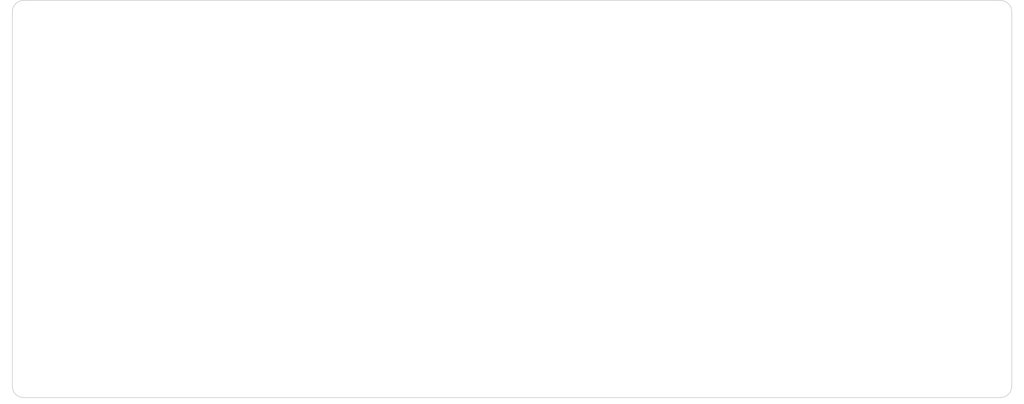
<source format=kicad_pcb>
(kicad_pcb (version 20221018) (generator pcbnew)
  (title_block (title "backplate/chaz") (rev "v1.0.0") (company "Unknown"))
  (layers (0 "F.Cu" signal) (31 "B.Cu" signal) (34 "B.Paste" user) (35 "F.Paste" user) (36 "B.SilkS" user "B.Silkscreen") (37 "F.SilkS" user "F.Silkscreen") (38 "B.Mask" user) (39 "F.Mask" user) (44 "Edge.Cuts" user))
  (net 0 "")
  (footprint "0-jasonhazel-footprints:MountingHole_2.2mm_M2" (layer "F.Cu") (at -10.75 -61.25)
    (fp_text reference "H3")
    (fp_text value "MountingHole")
    (pad "" np_thru_hole circle (at 0 0) (size 2.2 2.2) (drill 2.2) (layers "*.Cu" "*.Mask"))
  )
  (footprint "0-jasonhazel-footprints:MountingHole_2.2mm_M2" (layer "F.Cu") (at 177.25 10.25)
    (fp_text reference "H2")
    (fp_text value "MountingHole")
    (pad "" np_thru_hole circle (at 0 0) (size 2.2 2.2) (drill 2.2) (layers "*.Cu" "*.Mask"))
  )
  (footprint "0-jasonhazel-footprints:MountingHole_2.2mm_M2" (layer "F.Cu") (at -10.75 10.25)
    (fp_text reference "H4")
    (fp_text value "MountingHole")
    (pad "" np_thru_hole circle (at 0 0) (size 2.2 2.2) (drill 2.2) (layers "*.Cu" "*.Mask"))
  )
  (footprint "0-jasonhazel-footprints:MountingHole_2.2mm_M2" (layer "F.Cu") (at 177.25 -61.25)
    (fp_text reference "H1")
    (fp_text value "MountingHole")
    (pad "" np_thru_hole circle (at 0 0) (size 2.2 2.2) (drill 2.2) (layers "*.Cu" "*.Mask"))
  )
  (gr_line (start 177.8 13) (end -11.3 13) (stroke (width 0.15)) (layer "Edge.Cuts"))
  (gr_arc (start 180 10.8) (mid 179.355635 12.355635) (end 177.8 13) (stroke (width 0.15)) (layer "Edge.Cuts"))
  (gr_line (start -13.5 10.8) (end -13.5 -61.8) (stroke (width 0.15)) (layer "Edge.Cuts"))
  (gr_arc (start 177.8 -64) (mid 179.355635 -63.355635) (end 180 -61.8) (stroke (width 0.15)) (layer "Edge.Cuts"))
  (gr_line (start 180 -61.8) (end 180 10.8) (stroke (width 0.15)) (layer "Edge.Cuts"))
  (gr_arc (start -13.5 -61.8) (mid -12.855635 -63.355635) (end -11.3 -64) (stroke (width 0.15)) (layer "Edge.Cuts"))
  (gr_arc (start -11.3 13) (mid -12.855635 12.355635) (end -13.5 10.8) (stroke (width 0.15)) (layer "Edge.Cuts"))
  (gr_line (start -11.3 -64) (end 177.8 -64) (stroke (width 0.15)) (layer "Edge.Cuts"))
)
</source>
